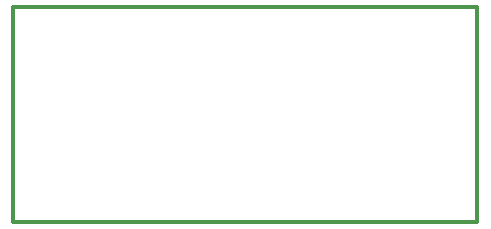
<source format=gko>
G04*
G04 #@! TF.GenerationSoftware,Altium Limited,CircuitStudio,1.5.1 (13)*
G04*
G04 Layer_Color=16720538*
%FSLAX25Y25*%
%MOIN*%
G70*
G01*
G75*
%ADD28C,0.01181*%
D28*
X195000Y234095D02*
Y305748D01*
X349606D01*
Y234095D02*
Y305748D01*
X195000Y234095D02*
X349606D01*
M02*

</source>
